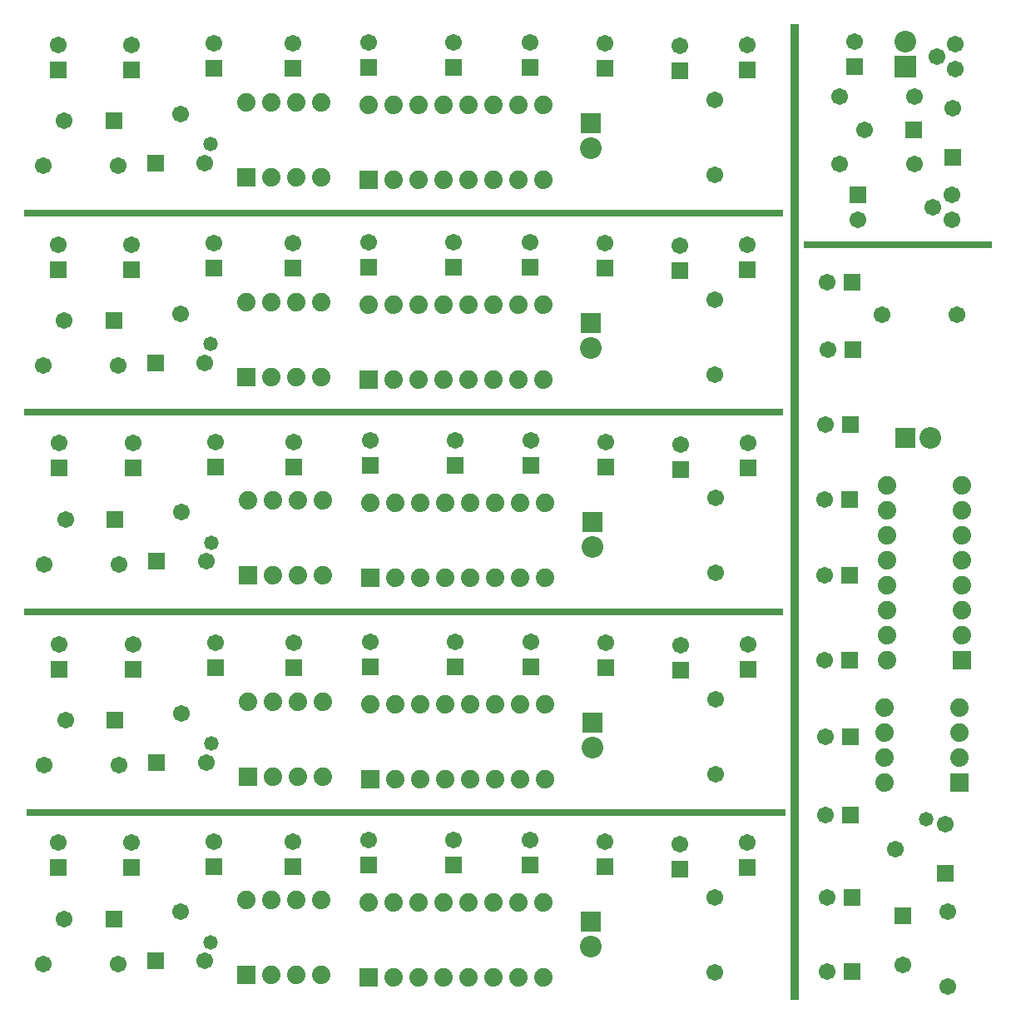
<source format=gbs>
G04 Layer_Color=16711935*
%FSLAX25Y25*%
%MOIN*%
G70*
G01*
G75*
%ADD36R,0.75603X0.03162*%
%ADD37C,0.06706*%
%ADD38C,0.08674*%
%ADD39R,0.08674X0.08674*%
%ADD40R,0.06706X0.06706*%
%ADD41R,0.06706X0.06706*%
%ADD42R,0.03556X3.90564*%
%ADD43C,0.07400*%
%ADD44R,0.07400X0.07400*%
%ADD45R,0.07887X0.07887*%
%ADD46C,0.06737*%
%ADD47R,3.03950X0.03162*%
%ADD48R,0.07400X0.07400*%
%ADD49R,0.07887X0.07887*%
%ADD50C,0.05800*%
D36*
X351500Y306000D02*
D03*
D37*
X358063Y365437D02*
D03*
X328063D02*
D03*
X358063Y338437D02*
D03*
X328063D02*
D03*
X374563Y376437D02*
D03*
X367063Y381437D02*
D03*
X374563Y386437D02*
D03*
X373063Y315937D02*
D03*
X365563Y320937D02*
D03*
X373063Y325937D02*
D03*
X334063Y387437D02*
D03*
X335563Y315937D02*
D03*
X338221Y351937D02*
D03*
X373563Y360780D02*
D03*
X345000Y278000D02*
D03*
X375000D02*
D03*
X353500Y17657D02*
D03*
X323000Y291000D02*
D03*
X371500Y9000D02*
D03*
Y39000D02*
D03*
X323500Y264000D02*
D03*
X322500Y234000D02*
D03*
X322000Y204000D02*
D03*
Y173500D02*
D03*
Y139500D02*
D03*
X322500Y109000D02*
D03*
Y77500D02*
D03*
X323000Y44500D02*
D03*
Y15000D02*
D03*
X278500Y124000D02*
D03*
Y94000D02*
D03*
X18157Y115500D02*
D03*
X291500Y146000D02*
D03*
X9500Y97500D02*
D03*
X39500D02*
D03*
X264500Y145500D02*
D03*
X234500Y146500D02*
D03*
X204500Y147000D02*
D03*
X174000D02*
D03*
X140000D02*
D03*
X109500Y146500D02*
D03*
X78000D02*
D03*
X45000Y146000D02*
D03*
X15500D02*
D03*
X278500Y204500D02*
D03*
Y174500D02*
D03*
X18157Y196000D02*
D03*
X291500Y226500D02*
D03*
X9500Y178000D02*
D03*
X39500D02*
D03*
X264500Y226000D02*
D03*
X234500Y227000D02*
D03*
X204500Y227500D02*
D03*
X174000D02*
D03*
X140000D02*
D03*
X109500Y227000D02*
D03*
X78000D02*
D03*
X45000Y226500D02*
D03*
X15500D02*
D03*
X278000Y284000D02*
D03*
Y254000D02*
D03*
X17657Y275500D02*
D03*
X291000Y306000D02*
D03*
X9000Y257500D02*
D03*
X39000D02*
D03*
X264000Y305500D02*
D03*
X234000Y306500D02*
D03*
X204000Y307000D02*
D03*
X173500D02*
D03*
X139500D02*
D03*
X109000Y306500D02*
D03*
X77500D02*
D03*
X44500Y306000D02*
D03*
X15000D02*
D03*
X278000Y364000D02*
D03*
Y334000D02*
D03*
X17657Y355500D02*
D03*
X291000Y386000D02*
D03*
X9000Y337500D02*
D03*
X39000D02*
D03*
X264000Y385500D02*
D03*
X234000Y386500D02*
D03*
X204000Y387000D02*
D03*
X173500D02*
D03*
X139500D02*
D03*
X109000Y386500D02*
D03*
X77500D02*
D03*
X44500Y386000D02*
D03*
X15000D02*
D03*
X278000Y44500D02*
D03*
Y14500D02*
D03*
X17657Y36000D02*
D03*
X9000Y18000D02*
D03*
X39000D02*
D03*
X15000Y66500D02*
D03*
X44500D02*
D03*
X77500Y67000D02*
D03*
X109000D02*
D03*
X139500Y67500D02*
D03*
X173500D02*
D03*
X204000D02*
D03*
X234000Y67000D02*
D03*
X264000Y66000D02*
D03*
X291000Y66500D02*
D03*
D38*
X354563Y387437D02*
D03*
X364500Y228500D02*
D03*
X229000Y104500D02*
D03*
Y185000D02*
D03*
X228500Y264500D02*
D03*
Y344500D02*
D03*
Y25000D02*
D03*
D39*
X354563Y377437D02*
D03*
D40*
X334063D02*
D03*
X335563Y325937D02*
D03*
X373563Y341094D02*
D03*
X370343Y54157D02*
D03*
X353500Y37343D02*
D03*
X291500Y136000D02*
D03*
X264500Y135500D02*
D03*
X234500Y136500D02*
D03*
X204500Y137000D02*
D03*
X174000D02*
D03*
X140000D02*
D03*
X109500Y136500D02*
D03*
X78000D02*
D03*
X45000Y136000D02*
D03*
X15500D02*
D03*
X291500Y216500D02*
D03*
X264500Y216000D02*
D03*
X234500Y217000D02*
D03*
X204500Y217500D02*
D03*
X174000D02*
D03*
X140000D02*
D03*
X109500Y217000D02*
D03*
X78000D02*
D03*
X45000Y216500D02*
D03*
X15500D02*
D03*
X291000Y296000D02*
D03*
X264000Y295500D02*
D03*
X234000Y296500D02*
D03*
X204000Y297000D02*
D03*
X173500D02*
D03*
X139500D02*
D03*
X109000Y296500D02*
D03*
X77500D02*
D03*
X44500Y296000D02*
D03*
X15000D02*
D03*
X291000Y376000D02*
D03*
X264000Y375500D02*
D03*
X234000Y376500D02*
D03*
X204000Y377000D02*
D03*
X173500D02*
D03*
X139500D02*
D03*
X109000Y376500D02*
D03*
X77500D02*
D03*
X44500Y376000D02*
D03*
X15000D02*
D03*
Y56500D02*
D03*
X44500D02*
D03*
X77500Y57000D02*
D03*
X109000D02*
D03*
X139500Y57500D02*
D03*
X173500D02*
D03*
X204000D02*
D03*
X234000Y57000D02*
D03*
X264000Y56000D02*
D03*
X291000Y56500D02*
D03*
D41*
X357906Y351937D02*
D03*
X333000Y291000D02*
D03*
X333500Y264000D02*
D03*
X332500Y234000D02*
D03*
X332000Y204000D02*
D03*
Y173500D02*
D03*
Y139500D02*
D03*
X332500Y109000D02*
D03*
Y77500D02*
D03*
X333000Y44500D02*
D03*
Y15000D02*
D03*
X54657Y98657D02*
D03*
X37843Y115500D02*
D03*
X54657Y179157D02*
D03*
X37843Y196000D02*
D03*
X54157Y258657D02*
D03*
X37343Y275500D02*
D03*
X54157Y338657D02*
D03*
X37343Y355500D02*
D03*
X54157Y19157D02*
D03*
X37343Y36000D02*
D03*
D42*
X310000Y199000D02*
D03*
D43*
X346000Y90500D02*
D03*
Y100500D02*
D03*
Y110500D02*
D03*
Y120500D02*
D03*
X376000D02*
D03*
Y110500D02*
D03*
Y100500D02*
D03*
X347000Y139500D02*
D03*
Y149500D02*
D03*
Y159500D02*
D03*
Y169500D02*
D03*
Y179500D02*
D03*
Y189500D02*
D03*
Y199500D02*
D03*
Y209500D02*
D03*
X377000D02*
D03*
Y199500D02*
D03*
Y189500D02*
D03*
Y179500D02*
D03*
Y169500D02*
D03*
Y159500D02*
D03*
Y149500D02*
D03*
X91000Y123000D02*
D03*
X101000D02*
D03*
X111000D02*
D03*
X121000D02*
D03*
Y93000D02*
D03*
X111000D02*
D03*
X101000D02*
D03*
X140000Y122000D02*
D03*
X150000D02*
D03*
X160000D02*
D03*
X170000D02*
D03*
X180000D02*
D03*
X190000D02*
D03*
X200000D02*
D03*
X210000D02*
D03*
Y92000D02*
D03*
X200000D02*
D03*
X190000D02*
D03*
X180000D02*
D03*
X170000D02*
D03*
X160000D02*
D03*
X150000D02*
D03*
X91000Y203500D02*
D03*
X101000D02*
D03*
X111000D02*
D03*
X121000D02*
D03*
Y173500D02*
D03*
X111000D02*
D03*
X101000D02*
D03*
X140000Y202500D02*
D03*
X150000D02*
D03*
X160000D02*
D03*
X170000D02*
D03*
X180000D02*
D03*
X190000D02*
D03*
X200000D02*
D03*
X210000D02*
D03*
Y172500D02*
D03*
X200000D02*
D03*
X190000D02*
D03*
X180000D02*
D03*
X170000D02*
D03*
X160000D02*
D03*
X150000D02*
D03*
X90500Y283000D02*
D03*
X100500D02*
D03*
X110500D02*
D03*
X120500D02*
D03*
Y253000D02*
D03*
X110500D02*
D03*
X100500D02*
D03*
X139500Y282000D02*
D03*
X149500D02*
D03*
X159500D02*
D03*
X169500D02*
D03*
X179500D02*
D03*
X189500D02*
D03*
X199500D02*
D03*
X209500D02*
D03*
Y252000D02*
D03*
X199500D02*
D03*
X189500D02*
D03*
X179500D02*
D03*
X169500D02*
D03*
X159500D02*
D03*
X149500D02*
D03*
X90500Y363000D02*
D03*
X100500D02*
D03*
X110500D02*
D03*
X120500D02*
D03*
Y333000D02*
D03*
X110500D02*
D03*
X100500D02*
D03*
X139500Y362000D02*
D03*
X149500D02*
D03*
X159500D02*
D03*
X169500D02*
D03*
X179500D02*
D03*
X189500D02*
D03*
X199500D02*
D03*
X209500D02*
D03*
Y332000D02*
D03*
X199500D02*
D03*
X189500D02*
D03*
X179500D02*
D03*
X169500D02*
D03*
X159500D02*
D03*
X149500D02*
D03*
X90500Y43500D02*
D03*
X100500D02*
D03*
X110500D02*
D03*
X120500D02*
D03*
Y13500D02*
D03*
X110500D02*
D03*
X100500D02*
D03*
X139500Y42500D02*
D03*
X149500D02*
D03*
X159500D02*
D03*
X169500D02*
D03*
X179500D02*
D03*
X189500D02*
D03*
X199500D02*
D03*
X209500D02*
D03*
Y12500D02*
D03*
X199500D02*
D03*
X189500D02*
D03*
X179500D02*
D03*
X169500D02*
D03*
X159500D02*
D03*
X149500D02*
D03*
D44*
X376000Y90500D02*
D03*
X377000Y139500D02*
D03*
D45*
X354500Y228500D02*
D03*
D46*
X370343Y73843D02*
D03*
X350657Y64000D02*
D03*
X74343Y98657D02*
D03*
X64500Y118343D02*
D03*
X74343Y179157D02*
D03*
X64500Y198843D02*
D03*
X73843Y258657D02*
D03*
X64000Y278343D02*
D03*
X73843Y338657D02*
D03*
X64000Y358343D02*
D03*
X73843Y19157D02*
D03*
X64000Y38843D02*
D03*
D47*
X153500Y318500D02*
D03*
Y239000D02*
D03*
Y159000D02*
D03*
X154500Y78500D02*
D03*
D48*
X91000Y93000D02*
D03*
X140000Y92000D02*
D03*
X91000Y173500D02*
D03*
X140000Y172500D02*
D03*
X90500Y253000D02*
D03*
X139500Y252000D02*
D03*
X90500Y333000D02*
D03*
X139500Y332000D02*
D03*
X90500Y13500D02*
D03*
X139500Y12500D02*
D03*
D49*
X229000Y114500D02*
D03*
Y195000D02*
D03*
X228500Y274500D02*
D03*
Y354500D02*
D03*
Y35000D02*
D03*
D50*
X362800Y76000D02*
D03*
X76500Y106200D02*
D03*
Y186700D02*
D03*
X76000Y266200D02*
D03*
Y346200D02*
D03*
Y26700D02*
D03*
M02*

</source>
